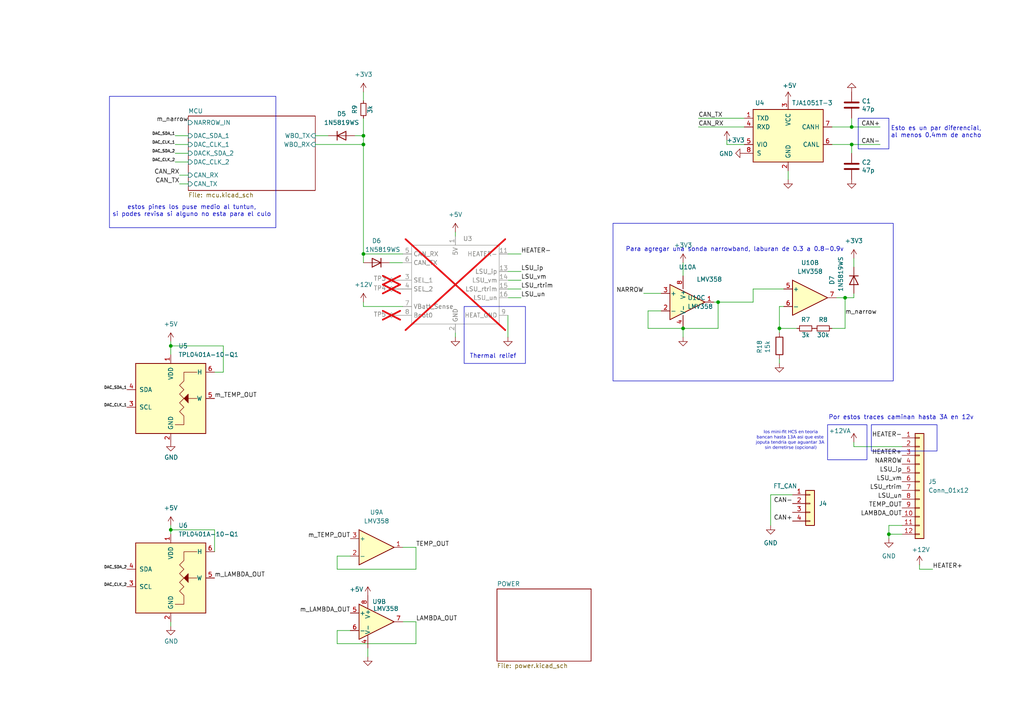
<source format=kicad_sch>
(kicad_sch (version 20231120) (generator "eeschema") (generator_version "8.0")
  (paper "A4")
  (title_block (title "OpenEFI WBO Carrier Board") (date "2023-11-28") (rev "v3") (company "Churrosoft®") (comment 1 "CERN-OHL-S Licence"))
  (lib_symbols
    (symbol "+12V_1" (power) (pin_names (offset 0))
      (property "Value" "+12V" (at 0 3.556 0))
      (symbol "+12V_1_0_1"
        (polyline (pts (xy -0.762 1.27) (xy 0 2.54)))
        (polyline (pts (xy 0 0) (xy 0 2.54)))
        (polyline (pts (xy 0 2.54) (xy 0.762 1.27)))
      )
      (symbol "+12V_1_1_1"
        (pin power_in line (at 0 0 90) (length 0) hide (name "+12V") (number "1"))
      )
    )
    (symbol "+3V3_1" (power) (pin_names (offset 0))
      (property "Value" "+3V3" (at 0 3.556 0))
      (symbol "+3V3_1_0_1"
        (polyline (pts (xy -0.762 1.27) (xy 0 2.54)))
        (polyline (pts (xy 0 0) (xy 0 2.54)))
        (polyline (pts (xy 0 2.54) (xy 0.762 1.27)))
      )
      (symbol "+3V3_1_1_1"
        (pin power_in line (at 0 0 90) (length 0) hide (name "+3V3") (number "1"))
      )
    )
    (symbol "Amplifier_Operational:LMV358" (pin_names (offset 0.127))
      (property "Reference" "U" (at 0 5.08 0))
      (property "Value" "LMV358" (at 0 -5.08 0))
      (symbol "LMV358_1_1"
        (polyline (pts (xy -5.08 5.08) (xy 5.08 0) (xy -5.08 -5.08) (xy -5.08 5.08)) (stroke (width 0.254)) (fill (type background)))
        (pin output line (at 7.62 0 180) (length 2.54) (name "~") (number "1"))
        (pin input line (at -7.62 -2.54 0) (length 2.54) (name "-") (number "2"))
        (pin input line (at -7.62 2.54 0) (length 2.54) (name "+") (number "3"))
      )
      (symbol "LMV358_2_1"
        (polyline (pts (xy -5.08 5.08) (xy 5.08 0) (xy -5.08 -5.08) (xy -5.08 5.08)) (stroke (width 0.254)) (fill (type background)))
        (pin input line (at -7.62 2.54 0) (length 2.54) (name "+") (number "5"))
        (pin input line (at -7.62 -2.54 0) (length 2.54) (name "-") (number "6"))
        (pin output line (at 7.62 0 180) (length 2.54) (name "~") (number "7"))
      )
      (symbol "LMV358_3_1"
        (pin power_in line (at -2.54 -7.62 90) (length 3.81) (name "V-") (number "4"))
        (pin power_in line (at -2.54 7.62 270) (length 3.81) (name "V+") (number "8"))
      )
    )
    (symbol "Connector:TestPoint_Alt" (pin_numbers hide) (pin_names (offset 0.762) hide)
      (property "Reference" "TP" (at 0 6.858 0))
      (property "Value" "TestPoint_Alt" (at 0 5.08 0))
      (symbol "TestPoint_Alt_0_1"
        (polyline (pts (xy 0 2.54) (xy -0.762 3.302) (xy 0 4.064) (xy 0.762 3.302) (xy 0 2.54)))
      )
      (symbol "TestPoint_Alt_1_1"
        (pin passive line (at 0 0 90) (length 2.54) (name "1") (number "1"))
      )
    )
    (symbol "Connector_Generic:Conn_01x04" (pin_names (offset 1.016) hide)
      (property "Reference" "J" (at 0 5.08 0))
      (property "Value" "Conn_01x04" (at 0 -7.62 0))
      (symbol "Conn_01x04_1_1"
        (rectangle (start -1.27 -4.953) (end 0 -5.207) (stroke (width 0.1524)))
        (rectangle (start -1.27 -2.413) (end 0 -2.667) (stroke (width 0.1524)))
        (rectangle (start -1.27 0.127) (end 0 -0.127) (stroke (width 0.1524)))
        (rectangle (start -1.27 2.667) (end 0 2.413) (stroke (width 0.1524)))
        (rectangle (start -1.27 3.81) (end 1.27 -6.35) (stroke (width 0.254)) (fill (type background)))
        (pin passive line (at -5.08 2.54 0) (length 3.81) (name "Pin_1") (number "1"))
        (pin passive line (at -5.08 0 0) (length 3.81) (name "Pin_2") (number "2"))
        (pin passive line (at -5.08 -2.54 0) (length 3.81) (name "Pin_3") (number "3"))
        (pin passive line (at -5.08 -5.08 0) (length 3.81) (name "Pin_4") (number "4"))
      )
    )
    (symbol "Connector_Generic:Conn_01x12" (pin_names (offset 1.016) hide)
      (property "Reference" "J" (at 0 15.24 0))
      (property "Value" "Conn_01x12" (at 0 -17.78 0))
      (symbol "Conn_01x12_1_1"
        (rectangle (start -1.27 -15.113) (end 0 -15.367) (stroke (width 0.1524)))
        (rectangle (start -1.27 -12.573) (end 0 -12.827) (stroke (width 0.1524)))
        (rectangle (start -1.27 -10.033) (end 0 -10.287) (stroke (width 0.1524)))
        (rectangle (start -1.27 -7.493) (end 0 -7.747) (stroke (width 0.1524)))
        (rectangle (start -1.27 -4.953) (end 0 -5.207) (stroke (width 0.1524)))
        (rectangle (start -1.27 -2.413) (end 0 -2.667) (stroke (width 0.1524)))
        (rectangle (start -1.27 0.127) (end 0 -0.127) (stroke (width 0.1524)))
        (rectangle (start -1.27 2.667) (end 0 2.413) (stroke (width 0.1524)))
        (rectangle (start -1.27 5.207) (end 0 4.953) (stroke (width 0.1524)))
        (rectangle (start -1.27 7.747) (end 0 7.493) (stroke (width 0.1524)))
        (rectangle (start -1.27 10.287) (end 0 10.033) (stroke (width 0.1524)))
        (rectangle (start -1.27 12.827) (end 0 12.573) (stroke (width 0.1524)))
        (rectangle (start -1.27 13.97) (end 1.27 -16.51) (stroke (width 0.254)) (fill (type background)))
        (pin passive line (at -5.08 12.7 0) (length 3.81) (name "Pin_1") (number "1"))
        (pin passive line (at -5.08 -10.16 0) (length 3.81) (name "Pin_10") (number "10"))
        (pin passive line (at -5.08 -12.7 0) (length 3.81) (name "Pin_11") (number "11"))
        (pin passive line (at -5.08 -15.24 0) (length 3.81) (name "Pin_12") (number "12"))
        (pin passive line (at -5.08 10.16 0) (length 3.81) (name "Pin_2") (number "2"))
        (pin passive line (at -5.08 7.62 0) (length 3.81) (name "Pin_3") (number "3"))
        (pin passive line (at -5.08 5.08 0) (length 3.81) (name "Pin_4") (number "4"))
        (pin passive line (at -5.08 2.54 0) (length 3.81) (name "Pin_5") (number "5"))
        (pin passive line (at -5.08 0 0) (length 3.81) (name "Pin_6") (number "6"))
        (pin passive line (at -5.08 -2.54 0) (length 3.81) (name "Pin_7") (number "7"))
        (pin passive line (at -5.08 -5.08 0) (length 3.81) (name "Pin_8") (number "8"))
        (pin passive line (at -5.08 -7.62 0) (length 3.81) (name "Pin_9") (number "9"))
      )
    )
    (symbol "Device:C" (pin_numbers hide) (pin_names (offset 0.254))
      (property "Reference" "C" (at 0.635 2.54 0))
      (property "Value" "C" (at 0.635 -2.54 0))
      (symbol "C_0_1"
        (polyline (pts (xy -2.032 -0.762) (xy 2.032 -0.762)) (stroke (width 0.508)))
        (polyline (pts (xy -2.032 0.762) (xy 2.032 0.762)) (stroke (width 0.508)))
      )
      (symbol "C_1_1"
        (pin passive line (at 0 3.81 270) (length 2.794) (name "~") (number "1"))
        (pin passive line (at 0 -3.81 90) (length 2.794) (name "~") (number "2"))
      )
    )
    (symbol "Device:R" (pin_numbers hide) (pin_names (offset 0))
      (property "Reference" "R" (at 2.032 0 90))
      (property "Value" "R" (at 0 0 90))
      (symbol "R_0_1"
        (rectangle (start -1.016 -2.54) (end 1.016 2.54) (stroke (width 0.254)))
      )
      (symbol "R_1_1"
        (pin passive line (at 0 3.81 270) (length 1.27) (name "~") (number "1"))
        (pin passive line (at 0 -3.81 90) (length 1.27) (name "~") (number "2"))
      )
    )
    (symbol "Device:R_Small" (pin_numbers hide) (pin_names (offset 0.254) hide)
      (property "Reference" "R" (at 0.762 0.508 0))
      (property "Value" "R_Small" (at 0.762 -1.016 0))
      (symbol "R_Small_0_1"
        (rectangle (start -0.762 1.778) (end 0.762 -1.778) (stroke (width 0.2032)))
      )
      (symbol "R_Small_1_1"
        (pin passive line (at 0 2.54 270) (length 0.762) (name "~") (number "1"))
        (pin passive line (at 0 -2.54 90) (length 0.762) (name "~") (number "2"))
      )
    )
    (symbol "Diode:1N4148W" (pin_numbers hide) (pin_names hide)
      (property "Reference" "D" (at 0 2.54 0))
      (property "Value" "1N4148W" (at 0 -2.54 0))
      (symbol "1N4148W_0_1"
        (polyline (pts (xy -1.27 1.27) (xy -1.27 -1.27)) (stroke (width 0.254)))
        (polyline (pts (xy 1.27 0) (xy -1.27 0)))
        (polyline (pts (xy 1.27 1.27) (xy 1.27 -1.27) (xy -1.27 0) (xy 1.27 1.27)) (stroke (width 0.254)))
      )
      (symbol "1N4148W_1_1"
        (pin passive line (at -3.81 0 0) (length 2.54) (name "K") (number "1"))
        (pin passive line (at 3.81 0 180) (length 2.54) (name "A") (number "2"))
      )
    )
    (symbol "GND_1" (power) (pin_names (offset 0))
      (property "Value" "GND" (at 0 -3.81 0))
      (symbol "GND_1_0_1"
        (polyline (pts (xy 0 0) (xy 0 -1.27) (xy 1.27 -1.27) (xy 0 -2.54) (xy -1.27 -1.27) (xy 0 -1.27)))
      )
      (symbol "GND_1_1_1"
        (pin power_in line (at 0 0 270) (length 0) hide (name "GND") (number "1"))
      )
    )
    (symbol "Interface_CAN_LIN:TJA1051T-3" (pin_names (offset 1.016))
      (property "Reference" "U" (at -10.16 8.89 0))
      (property "Value" "TJA1051T-3" (at 1.27 8.89 0))
      (symbol "TJA1051T-3_0_1"
        (rectangle (start -10.16 7.62) (end 10.16 -7.62) (stroke (width 0.254)) (fill (type background)))
      )
      (symbol "TJA1051T-3_1_1"
        (pin input line (at -12.7 5.08 0) (length 2.54) (name "TXD") (number "1"))
        (pin power_in line (at 0 -10.16 90) (length 2.54) (name "GND") (number "2"))
        (pin power_in line (at 0 10.16 270) (length 2.54) (name "VCC") (number "3"))
        (pin output line (at -12.7 2.54 0) (length 2.54) (name "RXD") (number "4"))
        (pin power_in line (at -12.7 -2.54 0) (length 2.54) (name "VIO") (number "5"))
        (pin bidirectional line (at 12.7 -2.54 180) (length 2.54) (name "CANL") (number "6"))
        (pin bidirectional line (at 12.7 2.54 180) (length 2.54) (name "CANH") (number "7"))
        (pin input line (at -12.7 -5.08 0) (length 2.54) (name "S") (number "8"))
      )
    )
    (symbol "OpenEFI_LIB:RusEFI_WBO"
      (property "Reference" "U" (at 0 0 0))
      (symbol "RusEFI_WBO_0_1"
        (rectangle (start -12.7 11.43) (end 12.7 -11.43))
      )
      (symbol "RusEFI_WBO_1_1"
        (pin power_in line (at 0 13.97 270) (length 2.54) (name "5V") (number "1"))
        (pin power_in line (at 15.24 -8.89 180) (length 2.54) hide (name "HEAT_GND2") (number "10"))
        (pin power_out line (at 15.24 8.89 180) (length 2.54) (name "HEATER-") (number "11"))
        (pin power_out line (at 15.24 8.89 180) (length 2.54) hide (name "HEATER-") (number "12"))
        (pin bidirectional line (at 15.24 3.81 180) (length 2.54) (name "LSU_ip") (number "13"))
        (pin bidirectional line (at 15.24 1.27 180) (length 2.54) (name "LSU_vm") (number "14"))
        (pin bidirectional line (at 15.24 -1.27 180) (length 2.54) (name "LSU_rtrim") (number "15"))
        (pin bidirectional line (at 15.24 -3.81 180) (length 2.54) (name "LSU_un") (number "16"))
        (pin power_in line (at 0 -13.97 90) (length 2.54) (name "GND") (number "2"))
        (pin input line (at -15.24 1.27 0) (length 2.54) (name "SEL_1") (number "3"))
        (pin input line (at -15.24 -1.27 0) (length 2.54) (name "SEL_2") (number "4"))
        (pin input line (at -15.24 8.89 0) (length 2.54) (name "CAN_RX") (number "5"))
        (pin output line (at -15.24 6.35 0) (length 2.54) (name "CAN_TX") (number "6"))
        (pin input line (at -15.24 -6.35 0) (length 2.54) (name "VBatt_Sense") (number "7"))
        (pin input line (at -15.24 -8.89 0) (length 2.54) (name "Boot0") (number "8"))
        (pin power_in line (at 15.24 -8.89 180) (length 2.54) (name "HEAT_GND") (number "9"))
      )
    )
    (symbol "Potentiometer_Digital:TPL0401A-10-Q1" (pin_names (offset 1.016))
      (property "Reference" "U" (at -10.16 11.43 0))
      (property "Value" "TPL0401A-10-Q1" (at 1.27 11.43 0))
      (symbol "TPL0401A-10-Q1_0_1"
        (polyline (pts (xy 7.62 0) (xy 5.08 0)))
        (polyline (pts (xy 5.08 -1.27) (xy 5.08 1.27) (xy 3.81 0) (xy 5.08 -1.27) (xy 5.08 -1.27)) (fill (type outline)))
        (polyline (pts (xy 7.62 7.62) (xy 3.81 7.62) (xy 3.81 5.08) (xy 2.54 3.81) (xy 3.81 2.54) (xy 2.54 1.27) (xy 3.81 0) (xy 2.54 -1.27) (xy 3.81 -2.54) (xy 2.54 -3.81) (xy 3.81 -5.08) (xy 3.81 -7.62) (xy 1.27 -7.62)))
      )
      (symbol "TPL0401A-10-Q1_1_1"
        (rectangle (start -10.16 10.16) (end 10.16 -10.16) (stroke (width 0.254)) (fill (type background)))
        (pin power_in line (at 0 12.7 270) (length 2.54) (name "VDD") (number "1"))
        (pin power_in line (at 0 -12.7 90) (length 2.54) (name "GND") (number "2"))
        (pin input line (at -12.7 -2.54 0) (length 2.54) (name "SCL") (number "3"))
        (pin bidirectional line (at -12.7 2.54 0) (length 2.54) (name "SDA") (number "4"))
        (pin passive line (at 12.7 0 180) (length 2.54) (name "W") (number "5"))
        (pin passive line (at 12.7 7.62 180) (length 2.54) (name "H") (number "6"))
      )
    )
    (symbol "power:+12V" (power) (pin_names (offset 0))
      (property "Value" "+12V" (at 0 3.556 0))
      (symbol "+12V_0_1"
        (polyline (pts (xy -0.762 1.27) (xy 0 2.54)))
        (polyline (pts (xy 0 0) (xy 0 2.54)))
        (polyline (pts (xy 0 2.54) (xy 0.762 1.27)))
      )
      (symbol "+12V_1_1"
        (pin power_in line (at 0 0 90) (length 0) hide (name "+12V") (number "1"))
      )
    )
    (symbol "power:+12VA" (power) (pin_names (offset 0))
      (property "Value" "+12VA" (at 0 3.556 0))
      (symbol "+12VA_0_1"
        (polyline (pts (xy -0.762 1.27) (xy 0 2.54)))
        (polyline (pts (xy 0 0) (xy 0 2.54)))
        (polyline (pts (xy 0 2.54) (xy 0.762 1.27)))
      )
      (symbol "+12VA_1_1"
        (pin power_in line (at 0 0 90) (length 0) hide (name "+12VA") (number "1"))
      )
    )
    (symbol "power:+3V3" (power) (pin_names (offset 0))
      (property "Value" "+3V3" (at 0 3.556 0))
      (symbol "+3V3_0_1"
        (polyline (pts (xy -0.762 1.27) (xy 0 2.54)))
        (polyline (pts (xy 0 0) (xy 0 2.54)))
        (polyline (pts (xy 0 2.54) (xy 0.762 1.27)))
      )
      (symbol "+3V3_1_1"
        (pin power_in line (at 0 0 90) (length 0) hide (name "+3V3") (number "1"))
      )
    )
    (symbol "power:+5V" (power) (pin_names (offset 0))
      (property "Value" "+5V" (at 0 3.556 0))
      (symbol "+5V_0_1"
        (polyline (pts (xy -0.762 1.27) (xy 0 2.54)))
        (polyline (pts (xy 0 0) (xy 0 2.54)))
        (polyline (pts (xy 0 2.54) (xy 0.762 1.27)))
      )
      (symbol "+5V_1_1"
        (pin power_in line (at 0 0 90) (length 0) hide (name "+5V") (number "1"))
      )
    )
    (symbol "power:GND" (power) (pin_names (offset 0))
      (property "Value" "GND" (at 0 -3.81 0))
      (symbol "GND_0_1"
        (polyline (pts (xy 0 0) (xy 0 -1.27) (xy 1.27 -1.27) (xy 0 -2.54) (xy -1.27 -1.27) (xy 0 -1.27)))
      )
      (symbol "GND_1_1"
        (pin power_in line (at 0 0 270) (length 0) hide (name "GND") (number "1"))
      )
    )
  )
  (junction (at 198.12 95.25))
  (junction (at 105.41 73.66))
  (junction (at 105.41 39.37))
  (junction (at 49.53 153.67))
  (junction (at 226.06 95.25))
  (junction (at 105.41 41.91))
  (junction (at 257.81 154.94))
  (junction (at 247.015 41.91))
  (junction (at 247.015 36.83))
  (junction (at 208.28 87.63))
  (junction (at 245.11 86.36))
  (junction (at 49.53 100.33))
  (wire (pts (xy 186.69 85.09) (xy 191.77 85.09)))
  (wire (pts (xy 191.77 90.17) (xy 187.96 90.17)))
  (wire (pts (xy 227.33 83.82) (xy 218.44 83.82)))
  (wire (pts (xy 210.82 41.91) (xy 215.9 41.91)))
  (wire (pts (xy 147.32 81.28) (xy 151.13 81.28)))
  (wire (pts (xy 120.65 158.75) (xy 120.65 165.1)))
  (wire (pts (xy 105.41 41.91) (xy 105.41 39.37)))
  (wire (pts (xy 120.65 186.69) (xy 120.65 180.34)))
  (wire (pts (xy 241.3 95.25) (xy 245.11 95.25)))
  (wire (pts (xy 101.6 161.29) (xy 97.79 161.29)))
  (wire (pts (xy 105.41 41.91) (xy 105.41 73.66)))
  (wire (pts (xy 198.12 95.25) (xy 208.28 95.25)))
  (wire (pts (xy 226.06 88.9) (xy 226.06 95.25)))
  (wire (pts (xy 147.32 78.74) (xy 151.13 78.74)))
  (wire (pts (xy 50.8 39.37) (xy 54.61 39.37)))
  (wire (pts (xy 50.8 41.91) (xy 54.61 41.91)))
  (wire (pts (xy 198.12 76.2) (xy 198.12 80.01)))
  (wire (pts (xy 49.53 99.06) (xy 49.53 100.33)))
  (wire (pts (xy 52.07 50.8) (xy 54.61 50.8)))
  (wire (pts (xy 147.32 86.36) (xy 151.13 86.36)))
  (wire (pts (xy 49.53 180.34) (xy 49.53 181.61)))
  (wire (pts (xy 106.68 187.96) (xy 106.68 190.5)))
  (wire (pts (xy 257.81 154.94) (xy 261.62 154.94)))
  (wire (pts (xy 208.28 95.25) (xy 208.28 87.63)))
  (wire (pts (xy 223.52 143.51) (xy 229.87 143.51)))
  (wire (pts (xy 91.44 39.37) (xy 95.25 39.37)))
  (wire (pts (xy 147.32 91.44) (xy 147.32 97.79)))
  (wire (pts (xy 247.65 86.36) (xy 245.11 86.36)))
  (wire (pts (xy 223.52 152.4) (xy 223.52 143.51)))
  (wire (pts (xy 52.07 53.34) (xy 54.61 53.34)))
  (wire (pts (xy 62.23 153.67) (xy 49.53 153.67)))
  (wire (pts (xy 226.06 95.25) (xy 231.14 95.25)))
  (wire (pts (xy 105.41 39.37) (xy 102.87 39.37)))
  (wire (pts (xy 105.41 26.67) (xy 105.41 29.21)))
  (wire (pts (xy 202.565 34.29) (xy 215.9 34.29)))
  (wire (pts (xy 261.62 152.4) (xy 257.81 152.4)))
  (wire (pts (xy 64.77 107.95) (xy 64.77 100.33)))
  (wire (pts (xy 227.33 88.9) (xy 226.06 88.9)))
  (wire (pts (xy 50.8 46.99) (xy 54.61 46.99)))
  (wire (pts (xy 270.51 165.1) (xy 266.7 165.1)))
  (wire (pts (xy 101.6 182.88) (xy 97.79 182.88)))
  (wire (pts (xy 247.65 128.27) (xy 247.65 129.54)))
  (wire (pts (xy 218.44 83.82) (xy 218.44 87.63)))
  (wire (pts (xy 208.28 87.63) (xy 207.01 87.63)))
  (wire (pts (xy 97.79 161.29) (xy 97.79 165.1)))
  (wire (pts (xy 198.12 95.25) (xy 198.12 97.79)))
  (wire (pts (xy 49.53 100.33) (xy 49.53 102.87)))
  (wire (pts (xy 226.06 104.14) (xy 226.06 105.41)))
  (wire (pts (xy 187.96 90.17) (xy 187.96 95.25)))
  (wire (pts (xy 105.41 34.29) (xy 105.41 39.37)))
  (wire (pts (xy 105.41 88.9) (xy 116.84 88.9)))
  (wire (pts (xy 247.65 85.09) (xy 247.65 86.36)))
  (wire (pts (xy 116.84 73.66) (xy 105.41 73.66)))
  (wire (pts (xy 241.3 36.83) (xy 247.015 36.83)))
  (wire (pts (xy 228.6 52.07) (xy 228.6 49.53)))
  (wire (pts (xy 147.32 83.82) (xy 151.13 83.82)))
  (wire (pts (xy 187.96 95.25) (xy 198.12 95.25)))
  (wire (pts (xy 247.015 36.83) (xy 255.27 36.83)))
  (wire (pts (xy 50.8 44.45) (xy 54.61 44.45)))
  (wire (pts (xy 113.03 76.2) (xy 116.84 76.2)))
  (wire (pts (xy 210.82 40.64) (xy 210.82 41.91)))
  (wire (pts (xy 105.41 73.66) (xy 105.41 76.2)))
  (wire (pts (xy 97.79 165.1) (xy 120.65 165.1)))
  (wire (pts (xy 62.23 160.02) (xy 62.23 153.67)))
  (wire (pts (xy 247.65 129.54) (xy 261.62 129.54)))
  (wire (pts (xy 91.44 41.91) (xy 105.41 41.91)))
  (wire (pts (xy 257.81 156.21) (xy 257.81 154.94)))
  (wire (pts (xy 241.3 41.91) (xy 247.015 41.91)))
  (wire (pts (xy 147.32 73.66) (xy 151.13 73.66)))
  (wire (pts (xy 105.41 87.63) (xy 105.41 88.9)))
  (wire (pts (xy 120.65 158.75) (xy 116.84 158.75)))
  (wire (pts (xy 215.9 36.83) (xy 202.565 36.83)))
  (wire (pts (xy 266.7 165.1) (xy 266.7 163.83)))
  (wire (pts (xy 97.79 186.69) (xy 120.65 186.69)))
  (wire (pts (xy 257.81 152.4) (xy 257.81 154.94)))
  (wire (pts (xy 226.06 95.25) (xy 226.06 96.52)))
  (wire (pts (xy 247.65 74.93) (xy 247.65 77.47)))
  (wire (pts (xy 49.53 152.4) (xy 49.53 153.67)))
  (wire (pts (xy 247.015 34.29) (xy 247.015 36.83)))
  (wire (pts (xy 97.79 182.88) (xy 97.79 186.69)))
  (wire (pts (xy 245.11 95.25) (xy 245.11 86.36)))
  (wire (pts (xy 132.08 96.52) (xy 132.08 97.79)))
  (wire (pts (xy 132.08 67.31) (xy 132.08 68.58)))
  (wire (pts (xy 247.015 41.91) (xy 255.27 41.91)))
  (wire (pts (xy 218.44 87.63) (xy 208.28 87.63)))
  (wire (pts (xy 62.23 107.95) (xy 64.77 107.95)))
  (wire (pts (xy 247.015 41.91) (xy 247.015 44.45)))
  (wire (pts (xy 245.11 86.36) (xy 242.57 86.36)))
  (wire (pts (xy 49.53 153.67) (xy 49.53 154.94)))
  (wire (pts (xy 120.65 180.34) (xy 116.84 180.34)))
  (wire (pts (xy 64.77 100.33) (xy 49.53 100.33)))
  (rectangle (start 31.75 27.94) (end 80.01 66.04))
  (rectangle (start 252.73 123.19) (end 271.78 130.81))
  (rectangle (start 177.8 64.77) (end 259.08 110.49))
  (rectangle (start 134.62 88.9) (end 152.4 105.41))
  (rectangle (start 240.03 123.19) (end 251.46 133.35))
  (rectangle (start 248.92 34.29) (end 257.81 43.18))
  (text "Thermal relief\n" (at 143.002 103.378 0) (effects (font (size 1.27 1.27))))
  (text "Para agregar una sonda narrowband, laburan de 0.3 a 0.8-0.9v" (at 213.106 72.39 0) (effects (font (size 1.27 1.27))))
  (text "Esto es un par diferencial,\nal menos 0.4mm de ancho" (at 271.526 38.354 0) (effects (font (size 1.27 1.27))))
  (text "Por estos traces caminan hasta 3A en 12v" (at 261.366 121.158 0) (effects (font (size 1.27 1.27))))
  (text "los mini-fit HCS en teoria\nbancan hasta 13A asi que este \njoputa tendria que aguantar 3A \nsin derretirse (opcional)" (at 229.362 128.016 0) (effects (font (size 0.9 0.9))))
  (text "estos pines los puse medio al tuntun,\nsi podes revisa si alguno no esta para el culo" (at 55.626 61.214 0) (effects (font (size 1.27 1.27))))
  (label "LSU_vm" (at 261.62 139.7 180))
  (label "LSU_vm" (at 151.13 81.28 0))
  (label "m_LAMBDA_OUT" (at 62.23 167.64 0))
  (label "LSU_un" (at 151.13 86.36 0))
  (label "LSU_rtrim" (at 151.13 83.82 0))
  (label "DAC_CLK_1" (at 36.83 118.11 180) (effects (font (size 0.8 0.8))))
  (label "CAN_RX" (at 202.565 36.83 0))
  (label "HEATER-" (at 151.13 73.66 0))
  (label "HEATER+" (at 270.51 165.1 0))
  (label "LSU_un" (at 261.62 144.78 180))
  (label "m_LAMBDA_OUT" (at 101.6 177.8 180))
  (label "DAC_CLK_2" (at 50.8 46.99 180) (effects (font (size 0.8 0.8))))
  (label "DAC_SDA_2" (at 36.83 165.1 180) (effects (font (size 0.8 0.8))))
  (label "CAN_TX" (at 202.565 34.29 0))
  (label "LSU_ip" (at 151.13 78.74 0))
  (label "m_narrow" (at 54.61 35.56 180))
  (label "CAN_TX" (at 52.07 53.34 180))
  (label "NARROW" (at 261.62 134.62 180))
  (label "m_narrow" (at 245.11 91.44 0))
  (label "CAN-" (at 229.87 146.05 180))
  (label "LAMBDA_OUT" (at 261.62 149.86 180))
  (label "HEATER-" (at 261.62 127 180))
  (label "HEATER+" (at 261.62 132.08 180))
  (label "m_TEMP_OUT" (at 101.6 156.21 180))
  (label "NARROW" (at 186.69 85.09 180))
  (label "TEMP_OUT" (at 120.65 158.75 0))
  (label "LSU_ip" (at 261.62 137.16 180))
  (label "CAN+" (at 255.27 36.83 180))
  (label "DAC_SDA_1" (at 50.8 39.37 180) (effects (font (size 0.8 0.8))))
  (label "DAC_CLK_1" (at 50.8 41.91 180) (effects (font (size 0.8 0.8))))
  (label "DAC_CLK_2" (at 36.83 170.18 180) (effects (font (size 0.8 0.8))))
  (label "DAC_SDA_1" (at 36.83 113.03 180) (effects (font (size 0.8 0.8))))
  (label "TEMP_OUT" (at 261.62 147.32 180))
  (label "m_TEMP_OUT" (at 62.23 115.57 0))
  (label "CAN_RX" (at 52.07 50.8 180))
  (label "LAMBDA_OUT" (at 120.65 180.34 0))
  (label "CAN+" (at 229.87 151.13 180))
  (label "CAN-" (at 255.27 41.91 180))
  (label "LSU_rtrim" (at 261.62 142.24 180))
  (label "DAC_SDA_2" (at 50.8 44.45 180) (effects (font (size 0.8 0.8))))
  (symbol (lib_id "power:+12VA") (at 247.65 128.27 0) (unit 1)
    (property "Reference" "#PWR056" (effects (hide yes)))
    (property "Value" "+12VA" (at 243.586 124.968 0))
    (property "Description" "Power symbol creates a global label with name \"+12VA\"" (effects (hide yes)))
  )
  (symbol (lib_name "GND_1") (lib_id "power:GND") (at 257.81 156.21 0) (unit 1)
    (property "Reference" "#PWR055" (effects (hide yes)))
    (property "Value" "GND" (at 257.81 161.29 0))
    (property "Description" "Power symbol creates a global label with name \"GND\" , ground" (effects (hide yes)))
  )
  (symbol (lib_id "power:GND") (at 226.06 105.41 0) (unit 1)
    (property "Reference" "#PWR070" (effects (hide yes)))
    (property "Value" "GND" (effects (hide yes)))
  )
  (symbol (lib_name "+12V_1") (lib_id "power:+12V") (at 105.41 87.63 0) (unit 1)
    (property "Reference" "#PWR058" (effects (hide yes)))
    (property "Value" "+12V" (at 105.41 82.55 0))
    (property "Description" "Power symbol creates a global label with name \"+12V\"" (effects (hide yes)))
  )
  (symbol (lib_id "Amplifier_Operational:LMV358") (at 109.22 158.75 0) (unit 1)
    (property "Reference" "U9" (at 109.22 148.59 0))
    (property "Value" "LMV358" (at 109.22 151.13 0))
    (property "Footprint" "Package_SO:SOIC-8_3.9x4.9mm_P1.27mm" (effects (hide yes)))
    (property "Datasheet" "http://www.ti.com/lit/ds/symlink/lmv324.pdf" (effects (hide yes)))
    (property "Description" "Dual Low-Voltage Rail-to-Rail Output Operational Amplifiers, SOIC-8/SSOP-8" (effects (hide yes)))
    (property "LCSC" "C63813" (effects (hide yes)))
    (property "STOCK" "ICS-000406-00" (effects (hide yes)))
  )
  (symbol (lib_id "Amplifier_Operational:LMV358") (at 109.22 180.34 0) (unit 2)
    (property "Reference" "U9" (at 109.982 174.498 0))
    (property "Value" "LMV358" (effects (hide yes)))
    (property "Footprint" "Package_SO:SOIC-8_3.9x4.9mm_P1.27mm" (effects (hide yes)))
    (property "Datasheet" "http://www.ti.com/lit/ds/symlink/lmv324.pdf" (effects (hide yes)))
    (property "Description" "Dual Low-Voltage Rail-to-Rail Output Operational Amplifiers, SOIC-8/SSOP-8" (effects (hide yes)))
    (property "LCSC" "C63813" (effects (hide yes)))
    (property "STOCK" "ICS-000406-00" (effects (hide yes)))
  )
  (symbol (lib_id "power:GND") (at 247.015 26.67 180) (unit 1)
    (property "Reference" "#PWR031" (effects (hide yes)))
    (property "Value" "GND" (effects (hide yes)))
  )
  (symbol (lib_id "Amplifier_Operational:LMV358") (at 109.22 180.34 0) (unit 3)
    (property "Reference" "U9" (effects (hide yes)))
    (property "Value" "LMV358" (at 108.204 176.53 0) (effects (justify left)))
    (property "Footprint" "Package_SO:SOIC-8_3.9x4.9mm_P1.27mm" (effects (hide yes)))
    (property "Datasheet" "http://www.ti.com/lit/ds/symlink/lmv324.pdf" (effects (hide yes)))
    (property "Description" "Dual Low-Voltage Rail-to-Rail Output Operational Amplifiers, SOIC-8/SSOP-8" (effects (hide yes)))
    (property "LCSC" "C63813" (effects (hide yes)))
    (property "STOCK" "ICS-000406-00" (effects (hide yes)))
  )
  (symbol (lib_id "Interface_CAN_LIN:TJA1051T-3") (at 228.6 39.37 0) (unit 1)
    (property "Reference" "U4" (at 220.345 29.845 0))
    (property "Value" "TJA1051T-3" (at 235.585 29.845 0))
    (property "Footprint" "Package_SO:SOP-8_3.9x4.9mm_P1.27mm" (effects (hide yes)))
    (property "Datasheet" "http://www.nxp.com/documents/data_sheet/TJA1051.pdf" (effects (hide yes)))
    (property "LCSC" "C5342108" (effects (hide yes)))
    (property "STOCK" "ICS-000359-00" (effects (hide yes)))
  )
  (symbol (lib_id "Amplifier_Operational:LMV358") (at 200.66 87.63 0) (unit 3)
    (property "Reference" "U10" (at 199.39 86.3599 0) (effects (justify left)))
    (property "Value" "LMV358" (at 199.39 88.8999 0) (effects (justify left)))
    (property "Footprint" "Package_SO:SOIC-8_3.9x4.9mm_P1.27mm" (effects (hide yes)))
    (property "Datasheet" "http://www.ti.com/lit/ds/symlink/lmv324.pdf" (effects (hide yes)))
    (property "Description" "Dual Low-Voltage Rail-to-Rail Output Operational Amplifiers, SOIC-8/SSOP-8" (effects (hide yes)))
    (property "LCSC" "C63813" (effects (hide yes)))
    (property "STOCK" "ICS-000406-00" (effects (hide yes)))
  )
  (symbol (lib_id "Device:R_Small") (at 233.68 95.25 90) (unit 1)
    (property "Reference" "R7" (at 233.68 92.71 90))
    (property "Value" "3k" (at 233.68 97.155 90))
    (property "Footprint" "Resistor_SMD:R_0603_1608Metric" (effects (hide yes)))
    (property "LCSC" "C4211" (effects (hide yes)))
    (property "STOCK" "RES-000402-00" (effects (hide yes)))
  )
  (symbol (lib_id "Connector:TestPoint_Alt") (at 116.84 91.44 90) (unit 1) (in_bom no) (dnp yes)
    (property "Reference" "TP5" (at 112.014 91.186 90) (effects (justify left)))
    (property "Value" "TestPoint_Alt" (effects (hide yes)))
    (property "Footprint" "TestPoint:TestPoint_Pad_1.0x1.0mm" (effects (hide yes)))
    (property "Description" "test point (alternative shape)" (effects (hide yes)))
    (property "STOCK" "-" (effects (hide yes)))
    (property "LCSC" "-" (effects (hide yes)))
  )
  (symbol (lib_id "power:GND") (at 198.12 97.79 0) (unit 1)
    (property "Reference" "#PWR067" (effects (hide yes)))
    (property "Value" "GND" (effects (hide yes)))
  )
  (symbol (lib_id "Device:R_Small") (at 105.41 31.75 180) (unit 1)
    (property "Reference" "R9" (at 102.87 31.75 90))
    (property "Value" "3k" (at 107.315 31.75 90))
    (property "Footprint" "Resistor_SMD:R_0603_1608Metric" (effects (hide yes)))
    (property "LCSC" "C4211" (effects (hide yes)))
    (property "STOCK" "RES-000402-00" (effects (hide yes)))
  )
  (symbol (lib_name "+3V3_1") (lib_id "power:+3V3") (at 198.12 76.2 0) (unit 1)
    (property "Reference" "#PWR068" (effects (hide yes)))
    (property "Value" "+3V3" (at 198.12 71.12 0))
    (property "Description" "Power symbol creates a global label with name \"+3V3\"" (effects (hide yes)))
  )
  (symbol (lib_id "Connector_Generic:Conn_01x12") (at 266.7 139.7 0) (unit 1) (in_bom no)
    (property "Reference" "J5" (at 269.24 139.6999 0) (effects (justify left)))
    (property "Value" "Conn_01x12" (at 269.24 142.2399 0) (effects (justify left)))
    (property "Footprint" "Connector_Molex:Molex_Mini-Fit_Jr_5566-12A2_2x06_P4.20mm_Vertical" (effects (hide yes)))
    (property "Description" "Generic connector, single row, 01x12, script generated (kicad-library-utils/schlib/autogen/connector/)" (effects (hide yes)))
    (property "STOCK" "CON-000412-00" (effects (hide yes)))
    (property "LCSC" "-" (effects (hide yes)))
  )
  (symbol (lib_id "Connector:TestPoint_Alt") (at 116.84 83.82 90) (unit 1) (in_bom no) (dnp yes)
    (property "Reference" "TP4" (at 112.014 83.566 90) (effects (justify left)))
    (property "Value" "TestPoint_Alt" (effects (hide yes)))
    (property "Footprint" "TestPoint:TestPoint_Pad_1.0x1.0mm" (effects (hide yes)))
    (property "Description" "test point (alternative shape)" (effects (hide yes)))
    (property "STOCK" "-" (effects (hide yes)))
    (property "LCSC" "-" (effects (hide yes)))
  )
  (symbol (lib_id "power:GND") (at 49.53 181.61 0) (unit 1)
    (property "Reference" "#PWR010" (effects (hide yes)))
    (property "Value" "GND" (at 49.657 186.0042 0))
  )
  (symbol (lib_id "power:GND") (at 49.53 128.27 0) (unit 1)
    (property "Reference" "#PWR041" (effects (hide yes)))
    (property "Value" "GND" (at 49.657 132.6642 0))
  )
  (symbol (lib_id "power:+5V") (at 132.08 67.31 0) (unit 1)
    (property "Reference" "#PWR061" (effects (hide yes)))
    (property "Value" "+5V" (at 132.08 62.23 0))
  )
  (symbol (lib_id "Amplifier_Operational:LMV358") (at 234.95 86.36 0) (unit 2)
    (property "Reference" "U10" (at 234.95 76.2 0))
    (property "Value" "LMV358" (at 234.95 78.74 0))
    (property "Footprint" "Package_SO:SOIC-8_3.9x4.9mm_P1.27mm" (effects (hide yes)))
    (property "Datasheet" "http://www.ti.com/lit/ds/symlink/lmv324.pdf" (effects (hide yes)))
    (property "Description" "Dual Low-Voltage Rail-to-Rail Output Operational Amplifiers, SOIC-8/SSOP-8" (effects (hide yes)))
    (property "LCSC" "C63813" (effects (hide yes)))
    (property "STOCK" "ICS-000406-00" (effects (hide yes)))
  )
  (symbol (lib_id "Diode:1N4148W") (at 247.65 81.28 270) (unit 1)
    (property "Reference" "D7" (at 241.3 81.28 0))
    (property "Value" "1N5819WS" (at 243.84 79.502 0))
    (property "Footprint" "Diode_SMD:D_SOD-323F" (effects (hide yes)))
    (property "Datasheet" "https://www.vishay.com/docs/85748/1n4148w.pdf" (effects (hide yes)))
    (property "Description" "75V 0.15A Fast Switching Diode, SOD-123" (effects (hide yes)))
    (property "Sim.Device" "D" (effects (hide yes)))
    (property "Sim.Pins" "1=K 2=A" (effects (hide yes)))
    (property "STOCK" "DIO-000272-00" (effects (hide yes)))
    (property "LCSC" "C191023" (effects (hide yes)))
  )
  (symbol (lib_id "Potentiometer_Digital:TPL0401A-10-Q1") (at 49.53 167.64 0) (unit 1)
    (property "Reference" "U6" (at 51.7241 152.4 0) (effects (justify left)))
    (property "Value" "TPL0401A-10-Q1" (at 51.7241 154.94 0) (effects (justify left)))
    (property "Footprint" "Package_TO_SOT_SMD:Texas_R-PDSO-G6" (effects (hide yes)))
    (property "Datasheet" "http://www.ti.com/lit/ds/symlink/tpl0401a-10-q1.pdf" (effects (hide yes)))
    (property "Description" "128-TAPS Single-Channel Digital Potentiometer, I2C Interface, SC-70-6" (effects (hide yes)))
    (property "LCSC" "C2666599" (effects (hide yes)))
    (property "STOCK" "RES-000405-00" (effects (hide yes)))
  )
  (symbol (lib_id "power:+3V3") (at 210.82 40.64 0) (unit 1)
    (property "Reference" "#PWR08" (effects (hide yes)))
    (property "Value" "+3V3" (at 213.36 40.64 0))
  )
  (symbol (lib_id "Device:C") (at 247.015 48.26 0) (unit 1)
    (property "Reference" "C2" (at 249.936 47.0916 0) (effects (justify left)))
    (property "Value" "47p" (at 249.936 49.403 0) (effects (justify left)))
    (property "Footprint" "Capacitor_SMD:C_0603_1608Metric" (effects (hide yes)))
    (property "LCSC" "C105622" (effects (hide yes)))
    (property "STOCK" "CAP-000395-00" (effects (hide yes)))
  )
  (symbol (lib_id "OpenEFI_LIB:RusEFI_WBO") (at 132.08 82.55 0) (unit 1) (dnp yes)
    (property "Reference" "U3" (at 134.2741 69.215 0) (effects (justify left)))
    (property "Value" "~" (at 132.08 82.55 0))
    (property "Footprint" "OpenEFI_LIB:RusEFI_WBO" (effects (hide yes)))
  )
  (symbol (lib_id "power:GND") (at 132.08 97.79 0) (unit 1)
    (property "Reference" "#PWR059" (effects (hide yes)))
    (property "Value" "GND" (effects (hide yes)))
  )
  (symbol (lib_id "Potentiometer_Digital:TPL0401A-10-Q1") (at 49.53 115.57 0) (unit 1)
    (property "Reference" "U5" (at 51.7241 100.33 0) (effects (justify left)))
    (property "Value" "TPL0401A-10-Q1" (at 51.7241 102.87 0) (effects (justify left)))
    (property "Footprint" "Package_TO_SOT_SMD:Texas_R-PDSO-G6" (effects (hide yes)))
    (property "Datasheet" "http://www.ti.com/lit/ds/symlink/tpl0401a-10-q1.pdf" (effects (hide yes)))
    (property "Description" "128-TAPS Single-Channel Digital Potentiometer, I2C Interface, SC-70-6" (effects (hide yes)))
    (property "LCSC" "C2666599" (effects (hide yes)))
    (property "STOCK" "RES-000405-00" (effects (hide yes)))
  )
  (symbol (lib_name "+3V3_1") (lib_id "power:+3V3") (at 105.41 26.67 0) (unit 1)
    (property "Reference" "#PWR062" (effects (hide yes)))
    (property "Value" "+3V3" (at 105.41 21.59 0))
    (property "Description" "Power symbol creates a global label with name \"+3V3\"" (effects (hide yes)))
  )
  (symbol (lib_name "+3V3_1") (lib_id "power:+3V3") (at 247.65 74.93 0) (unit 1)
    (property "Reference" "#PWR069" (effects (hide yes)))
    (property "Value" "+3V3" (at 247.65 69.85 0))
    (property "Description" "Power symbol creates a global label with name \"+3V3\"" (effects (hide yes)))
  )
  (symbol (lib_id "power:GND") (at 147.32 97.79 0) (unit 1)
    (property "Reference" "#PWR060" (effects (hide yes)))
    (property "Value" "GND" (effects (hide yes)))
  )
  (symbol (lib_id "Diode:1N4148W") (at 99.06 39.37 0) (unit 1)
    (property "Reference" "D5" (at 99.06 33.02 0))
    (property "Value" "1N5819WS" (at 99.06 35.56 0))
    (property "Footprint" "Diode_SMD:D_SOD-323F" (effects (hide yes)))
    (property "Datasheet" "https://www.vishay.com/docs/85748/1n4148w.pdf" (effects (hide yes)))
    (property "Description" "75V 0.15A Fast Switching Diode, SOD-123" (effects (hide yes)))
    (property "Sim.Device" "D" (effects (hide yes)))
    (property "Sim.Pins" "1=K 2=A" (effects (hide yes)))
    (property "STOCK" "DIO-000272-00" (effects (hide yes)))
    (property "LCSC" "C191023" (effects (hide yes)))
  )
  (symbol (lib_id "power:+5V") (at 49.53 99.06 0) (unit 1)
    (property "Reference" "#PWR040" (effects (hide yes)))
    (property "Value" "+5V" (at 49.53 93.98 0))
  )
  (symbol (lib_id "power:+5V") (at 228.6 29.21 0) (unit 1)
    (property "Reference" "#PWR012" (effects (hide yes)))
    (property "Value" "+5V" (at 228.981 24.8158 0))
  )
  (symbol (lib_id "Connector_Generic:Conn_01x04") (at 234.95 146.05 0) (unit 1) (in_bom no)
    (property "Reference" "J4" (at 237.49 146.0499 0) (effects (justify left)))
    (property "Value" "FT_CAN" (at 224.282 140.97 0) (effects (justify left)))
    (property "Footprint" "Connector_Molex:Molex_Mini-Fit_Jr_5566-04A_2x02_P4.20mm_Vertical" (effects (hide yes)))
    (property "Description" "Generic connector, single row, 01x04, script generated (kicad-library-utils/schlib/autogen/connector/)" (effects (hide yes)))
    (property "LCSC" "C586650" (effects (hide yes)))
    (property "STOCK" "CON-000413-00" (effects (hide yes)))
  )
  (symbol (lib_id "Diode:1N4148W") (at 109.22 76.2 180) (unit 1)
    (property "Reference" "D6" (at 109.22 69.85 0))
    (property "Value" "1N5819WS" (at 110.998 72.39 0))
    (property "Footprint" "Diode_SMD:D_SOD-323F" (effects (hide yes)))
    (property "Datasheet" "https://www.vishay.com/docs/85748/1n4148w.pdf" (effects (hide yes)))
    (property "Description" "75V 0.15A Fast Switching Diode, SOD-123" (effects (hide yes)))
    (property "Sim.Device" "D" (effects (hide yes)))
    (property "Sim.Pins" "1=K 2=A" (effects (hide yes)))
    (property "STOCK" "DIO-000272-00" (effects (hide yes)))
    (property "LCSC" "C191023" (effects (hide yes)))
  )
  (symbol (lib_id "Amplifier_Operational:LMV358") (at 199.39 87.63 0) (unit 1)
    (property "Reference" "U10" (at 199.39 77.47 0))
    (property "Value" "LMV358" (at 205.74 81.026 0))
    (property "Footprint" "Package_SO:SOIC-8_3.9x4.9mm_P1.27mm" (effects (hide yes)))
    (property "Datasheet" "http://www.ti.com/lit/ds/symlink/lmv324.pdf" (effects (hide yes)))
    (property "Description" "Dual Low-Voltage Rail-to-Rail Output Operational Amplifiers, SOIC-8/SSOP-8" (effects (hide yes)))
    (property "LCSC" "C63813" (effects (hide yes)))
    (property "STOCK" "ICS-000406-00" (effects (hide yes)))
  )
  (symbol (lib_id "power:GND") (at 215.9 44.45 270) (unit 1)
    (property "Reference" "#PWR011" (effects (hide yes)))
    (property "Value" "GND" (at 212.6488 44.577 90) (effects (justify right)))
  )
  (symbol (lib_id "Device:R_Small") (at 238.76 95.25 90) (unit 1)
    (property "Reference" "R8" (at 238.76 92.71 90))
    (property "Value" "30k" (at 238.76 97.155 90))
    (property "Footprint" "Resistor_SMD:R_0603_1608Metric" (effects (hide yes)))
    (property "LCSC" "C22984" (effects (hide yes)))
    (property "STOCK" "RES-000403-00" (effects (hide yes)))
  )
  (symbol (lib_id "power:GND") (at 228.6 52.07 0) (unit 1)
    (property "Reference" "#PWR030" (effects (hide yes)))
    (property "Value" "GND" (effects (hide yes)))
  )
  (symbol (lib_id "power:+12V") (at 266.7 163.83 0) (unit 1)
    (property "Reference" "#PWR057" (effects (hide yes)))
    (property "Value" "+12V" (at 267.081 159.4358 0))
  )
  (symbol (lib_id "power:GND") (at 106.68 190.5 0) (unit 1)
    (property "Reference" "#PWR053" (effects (hide yes)))
    (property "Value" "GND" (effects (hide yes)))
  )
  (symbol (lib_id "power:GND") (at 247.015 52.07 0) (unit 1)
    (property "Reference" "#PWR032" (effects (hide yes)))
    (property "Value" "GND" (effects (hide yes)))
  )
  (symbol (lib_id "Device:C") (at 247.015 30.48 0) (unit 1)
    (property "Reference" "C1" (at 249.936 29.3116 0) (effects (justify left)))
    (property "Value" "47p" (at 249.936 31.623 0) (effects (justify left)))
    (property "Footprint" "Capacitor_SMD:C_0603_1608Metric" (effects (hide yes)))
    (property "LCSC" "C105622" (effects (hide yes)))
    (property "STOCK" "CAP-000395-00" (effects (hide yes)))
  )
  (symbol (lib_id "power:+5V") (at 106.68 172.72 0) (unit 1)
    (property "Reference" "#PWR052" (effects (hide yes)))
    (property "Value" "+5V" (at 103.378 170.942 0))
  )
  (symbol (lib_id "Device:R") (at 226.06 100.33 0) (mirror y) (unit 1)
    (property "Reference" "R18" (at 220.2942 100.584 90))
    (property "Value" "15k" (at 222.6056 100.584 90))
    (property "Footprint" "Resistor_SMD:R_0603_1608Metric" (effects (hide yes)))
    (property "STOCK" "RES-000224-00" (effects (hide yes)))
    (property "LCSC" "C100780" (effects (hide yes)))
  )
  (symbol (lib_id "power:+5V") (at 49.53 152.4 0) (unit 1)
    (property "Reference" "#PWR039" (effects (hide yes)))
    (property "Value" "+5V" (at 49.53 147.32 0))
  )
  (symbol (lib_id "Connector:TestPoint_Alt") (at 116.84 81.28 90) (unit 1) (in_bom no) (dnp yes)
    (property "Reference" "TP3" (at 112.014 80.772 90) (effects (justify left)))
    (property "Value" "TestPoint_Alt" (effects (hide yes)))
    (property "Footprint" "TestPoint:TestPoint_Pad_1.0x1.0mm" (effects (hide yes)))
    (property "Description" "test point (alternative shape)" (effects (hide yes)))
    (property "STOCK" "-" (effects (hide yes)))
    (property "LCSC" "-" (effects (hide yes)))
  )
  (symbol (lib_name "GND_1") (lib_id "power:GND") (at 223.52 152.4 0) (unit 1)
    (property "Reference" "#PWR054" (effects (hide yes)))
    (property "Value" "GND" (at 223.52 157.48 0))
    (property "Description" "Power symbol creates a global label with name \"GND\" , ground" (effects (hide yes)))
  )
  (sheet (at 54.61 33.655) (size 36.83 21.59) (stroke (width 0.1524))
    (property "Sheetname" "MCU" (at 54.61 32.9434 0) (effects (justify left bottom)))
    (property "Sheetfile" "mcu.kicad_sch" (at 54.61 55.8296 0) (effects (justify left top)))
    (pin "WBO_TX" input (at 91.44 39.37 0))
    (pin "WBO_RX" input (at 91.44 41.91 0))
    (pin "CAN_RX" input (at 54.61 50.8 180))
    (pin "CAN_TX" input (at 54.61 53.34 180))
    (pin "NARROW_IN" input (at 54.61 35.56 180))
    (pin "DAC_CLK_1" input (at 54.61 41.91 180))
    (pin "DAC_SDA_1" input (at 54.61 39.37 180))
    (pin "DACK_SDA_2" input (at 54.61 44.45 180))
    (pin "DAC_CLK_2" input (at 54.61 46.99 180))
  )
  (sheet (at 144.145 170.815) (size 27.305 20.955) (stroke (width 0.1524))
    (property "Sheetname" "POWER" (at 144.145 170.1034 0) (effects (justify left bottom)))
    (property "Sheetfile" "power.kicad_sch" (at 144.145 192.3546 0) (effects (justify left top)))
  )
)
</source>
